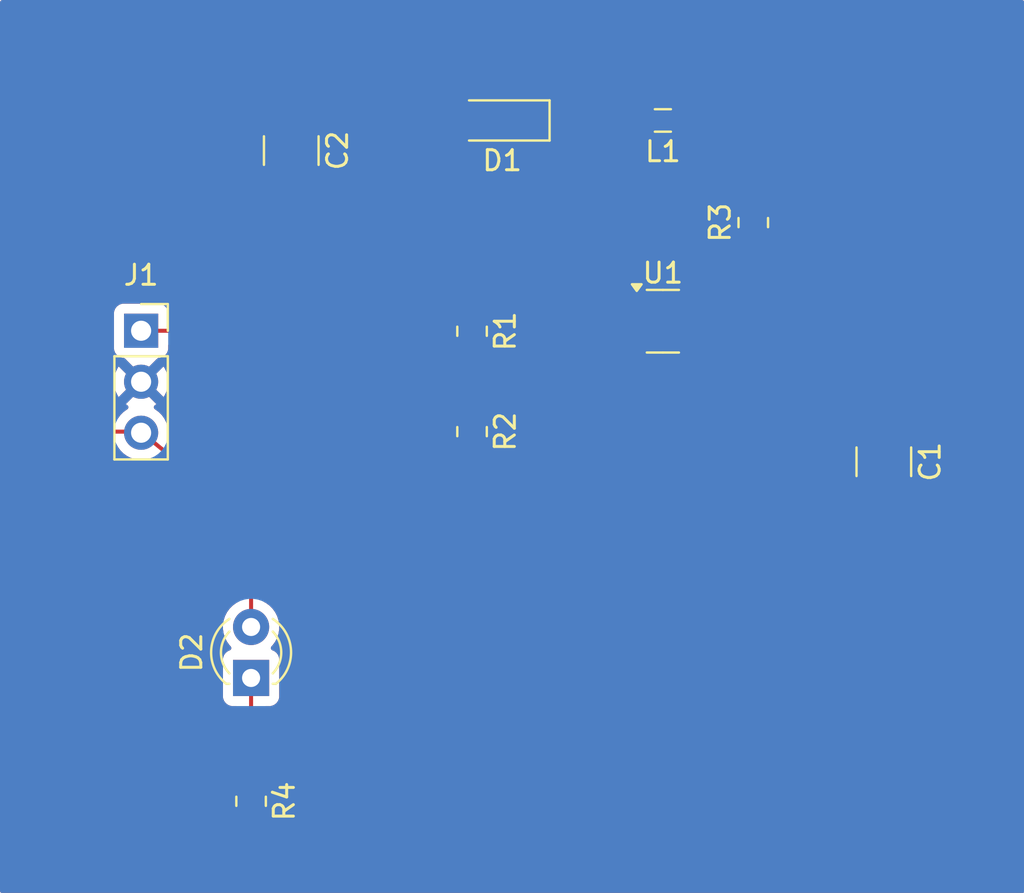
<source format=kicad_pcb>
(kicad_pcb (version 20241229) (generator "pcbnew") (generator_version "9.0")
  (layers (0 "F.Cu" signal) (2 "B.Cu" signal) (13 "F.Paste" user) (15 "B.Paste" user) (5 "F.SilkS" user "F.Silkscreen") (7 "B.SilkS" user "B.Silkscreen") (1 "F.Mask" user) (3 "B.Mask" user) (25 "Edge.Cuts" user))
  (net 0 "")
  (net 1 "GND")
  (net 2 "VCC")
  (net 3 "+5V")
  (net 4 "Net-(D1-K)")
  (net 5 "Net-(D2-K)")
  (net 6 "Net-(U1-3-FB)")
  (net 7 "Net-(U1-6-OC)")
  (footprint "Capacitor_SMD:C_1210_3225Metric" (layer "F.Cu") (at 106 65.5 -90)
    (property "Reference" "C2" (at 0 -2.3 90) (layer "F.SilkS"))
    (property "Value" "22 uF")
    (fp_line (start -0.711252 1.36) (end 0.711252 1.36) (stroke (width 0.12)) (layer "F.SilkS"))
    (fp_line (start -0.711252 -1.36) (end 0.711252 -1.36) (stroke (width 0.12)) (layer "F.SilkS"))
    (pad "1" smd roundrect (at -1.475 0 270) (size 1.15 2.7) (layers "F.Cu" "F.Mask" "F.Paste") (roundrect_rratio 0.217391) (net 3 "+5V"))
    (pad "2" smd roundrect (at 1.475 0 270) (size 1.15 2.7) (layers "F.Cu" "F.Mask" "F.Paste") (roundrect_rratio 0.217391) (net 1 "GND"))
  )
  (footprint "Connector_PinSocket_2.54mm:PinSocket_1x03_P2.54mm_Vertical" (layer "F.Cu") (at 98.525 74.475)
    (property "Reference" "J1" (at 0 -2.77 0) (layer "F.SilkS"))
    (property "Value" "Conn_01x03_Pin")
    (fp_line (start -1.33 1.27) (end -1.33 6.41) (stroke (width 0.12)) (layer "F.SilkS"))
    (fp_line (start -1.33 1.27) (end 1.33 1.27) (stroke (width 0.12)) (layer "F.SilkS"))
    (fp_line (start -1.33 6.41) (end 1.33 6.41) (stroke (width 0.12)) (layer "F.SilkS"))
    (fp_line (start 0 -1.33) (end 1.33 -1.33) (stroke (width 0.12)) (layer "F.SilkS"))
    (fp_line (start 1.33 -1.33) (end 1.33 0) (stroke (width 0.12)) (layer "F.SilkS"))
    (fp_line (start 1.33 1.27) (end 1.33 6.41) (stroke (width 0.12)) (layer "F.SilkS"))
    (pad "1" thru_hole rect (at 0 0) (size 1.7 1.7) (drill 1) (layers "*.Cu" "*.Mask") (net 2 "VCC"))
    (pad "2" thru_hole circle (at 0 2.54) (size 1.7 1.7) (drill 1) (layers "*.Cu" "*.Mask") (net 1 "GND"))
    (pad "3" thru_hole circle (at 0 5.08) (size 1.7 1.7) (drill 1) (layers "*.Cu" "*.Mask") (net 3 "+5V"))
  )
  (footprint "Inductor_SMD:L_0805_2012Metric" (layer "F.Cu") (at 124.5 64 180)
    (property "Reference" "L1" (at 0 -1.55 0) (layer "F.SilkS"))
    (property "Value" "4.7 uH")
    (fp_line (start -0.399622 0.56) (end 0.399622 0.56) (stroke (width 0.12)) (layer "F.SilkS"))
    (fp_line (start -0.399622 -0.56) (end 0.399622 -0.56) (stroke (width 0.12)) (layer "F.SilkS"))
    (pad "1" smd roundrect (at -1.0625 0 180) (size 0.875 1.2) (layers "F.Cu" "F.Mask" "F.Paste") (net 2 "VCC"))
    (pad "2" smd roundrect (at 1.0625 0 180) (size 0.875 1.2) (layers "F.Cu" "F.Mask" "F.Paste") (net 4 "Net-(D1-K)"))
  )
  (footprint "LED_THT:LED_D3.0mm" (layer "F.Cu") (at 104 91.77 90)
    (property "Reference" "D2" (at 1.27 -2.96 90) (layer "F.SilkS"))
    (property "Value" "red LED")
    (fp_line (start -0.29 -1.236) (end -0.29 -1.08) (stroke (width 0.12)) (layer "F.SilkS"))
    (fp_line (start -0.29 1.08) (end -0.29 1.236) (stroke (width 0.12)) (layer "F.SilkS"))
    (fp_arc (start -0.29 -1.235516) (mid 1.365624 -1.987701) (end 2.941397 -1.080061) (stroke (width 0.12)) (layer "F.SilkS"))
    (fp_arc (start 0.229039 -1.08) (mid 1.269964 -1.5) (end 2.31091 -1.080049) (stroke (width 0.12)) (layer "F.SilkS"))
    (fp_arc (start 2.31091 1.080049) (mid 1.269964 1.5) (end 0.229039 1.08) (stroke (width 0.12)) (layer "F.SilkS"))
    (fp_arc (start 2.941397 1.080061) (mid 1.365624 1.987701) (end -0.29 1.235516) (stroke (width 0.12)) (layer "F.SilkS"))
    (pad "1" thru_hole rect (at 0 0 90) (size 1.8 1.8) (drill 0.9) (layers "*.Cu" "*.Mask") (net 5 "Net-(D2-K)"))
    (pad "2" thru_hole circle (at 2.54 0 90) (size 1.8 1.8) (drill 0.9) (layers "*.Cu" "*.Mask") (net 3 "+5V"))
  )
  (footprint "Capacitor_SMD:C_1210_3225Metric" (layer "F.Cu") (at 135.5 81 -90)
    (property "Reference" "C1" (at 0 -2.3 90) (layer "F.SilkS"))
    (property "Value" "22 uF")
    (fp_line (start -0.711252 1.36) (end 0.711252 1.36) (stroke (width 0.12)) (layer "F.SilkS"))
    (fp_line (start -0.711252 -1.36) (end 0.711252 -1.36) (stroke (width 0.12)) (layer "F.SilkS"))
    (pad "1" smd roundrect (at -1.475 0 270) (size 1.15 2.7) (layers "F.Cu" "F.Mask" "F.Paste") (roundrect_rratio 0.217391) (net 2 "VCC"))
    (pad "2" smd roundrect (at 1.475 0 270) (size 1.15 2.7) (layers "F.Cu" "F.Mask" "F.Paste") (roundrect_rratio 0.217391) (net 1 "GND"))
  )
  (footprint "Resistor_SMD:R_0805_2012Metric" (layer "F.Cu") (at 129 69.0875 90)
    (property "Reference" "R3" (at 0 -1.65 90) (layer "F.SilkS"))
    (property "Value" "30k")
    (fp_line (start -0.227064 -0.735) (end 0.227064 -0.735) (stroke (width 0.12)) (layer "F.SilkS"))
    (fp_line (start -0.227064 0.735) (end 0.227064 0.735) (stroke (width 0.12)) (layer "F.SilkS"))
    (pad "1" smd roundrect (at -0.9125 0 90) (size 1.025 1.4) (layers "F.Cu" "F.Mask" "F.Paste") (roundrect_rratio 0.243902) (net 7 "Net-(U1-6-OC)"))
    (pad "2" smd roundrect (at 0.9125 0 90) (size 1.025 1.4) (layers "F.Cu" "F.Mask" "F.Paste") (roundrect_rratio 0.243902) (net 1 "GND"))
  )
  (footprint "Diode_SMD:D_SOD-123" (layer "F.Cu") (at 116.5 64 180)
    (property "Reference" "D1" (at 0 -2 0) (layer "F.SilkS"))
    (property "Value" "D_Schottky")
    (fp_line (start -2.36 1) (end 1.65 1) (stroke (width 0.12)) (layer "F.SilkS"))
    (fp_line (start -2.36 -1) (end 1.65 -1) (stroke (width 0.12)) (layer "F.SilkS"))
    (fp_line (start -2.36 -1) (end -2.36 1) (stroke (width 0.12)) (layer "F.SilkS"))
    (pad "1" smd roundrect (at -1.65 0 180) (size 0.9 1.2) (layers "F.Cu" "F.Mask" "F.Paste") (net 4 "Net-(D1-K)"))
    (pad "2" smd roundrect (at 1.65 0 180) (size 0.9 1.2) (layers "F.Cu" "F.Mask" "F.Paste") (net 3 "+5V"))
  )
  (footprint "Resistor_SMD:R_0805_2012Metric" (layer "F.Cu") (at 115 74.5 -90)
    (property "Reference" "R1" (at 0 -1.65 90) (layer "F.SilkS"))
    (property "Value" "110k")
    (fp_line (start -0.227064 0.735) (end 0.227064 0.735) (stroke (width 0.12)) (layer "F.SilkS"))
    (fp_line (start -0.227064 -0.735) (end 0.227064 -0.735) (stroke (width 0.12)) (layer "F.SilkS"))
    (pad "1" smd roundrect (at -0.9125 0 270) (size 1.025 1.4) (layers "F.Cu" "F.Mask" "F.Paste") (roundrect_rratio 0.243902) (net 3 "+5V"))
    (pad "2" smd roundrect (at 0.9125 0 270) (size 1.025 1.4) (layers "F.Cu" "F.Mask" "F.Paste") (roundrect_rratio 0.243902) (net 6 "Net-(U1-3-FB)"))
  )
  (footprint "Resistor_SMD:R_0805_2012Metric" (layer "F.Cu") (at 104 97.9125 -90)
    (property "Reference" "R4" (at 0 -1.65 90) (layer "F.SilkS"))
    (property "Value" "1k")
    (fp_line (start -0.227064 0.735) (end 0.227064 0.735) (stroke (width 0.12)) (layer "F.SilkS"))
    (fp_line (start -0.227064 -0.735) (end 0.227064 -0.735) (stroke (width 0.12)) (layer "F.SilkS"))
    (pad "1" smd roundrect (at -0.9125 0 270) (size 1.025 1.4) (layers "F.Cu" "F.Mask" "F.Paste") (roundrect_rratio 0.243902) (net 5 "Net-(D2-K)"))
    (pad "2" smd roundrect (at 0.9125 0 270) (size 1.025 1.4) (layers "F.Cu" "F.Mask" "F.Paste") (roundrect_rratio 0.243902) (net 1 "GND"))
  )
  (footprint "Package_TO_SOT_SMD:SOT-23-6" (layer "F.Cu") (at 124.5 74)
    (property "Reference" "U1" (at 0 -2.4 0) (layer "F.SilkS"))
    (property "Value" "~")
    (fp_line (start 0 -1.56) (end -0.8 -1.56) (stroke (width 0.12)) (layer "F.SilkS"))
    (fp_line (start 0 -1.56) (end 0.8 -1.56) (stroke (width 0.12)) (layer "F.SilkS"))
    (fp_line (start 0 1.56) (end -0.8 1.56) (stroke (width 0.12)) (layer "F.SilkS"))
    (fp_line (start 0 1.56) (end 0.8 1.56) (stroke (width 0.12)) (layer "F.SilkS"))
    (fp_poly (pts (xy -1.3 -1.51) (xy -1.54 -1.84) (xy -1.06 -1.84)) (stroke (width 0.12)) (fill yes) (layer "F.SilkS"))
    (pad "1" smd roundrect (at -1.1375 -0.95) (size 1.325 0.6) (layers "F.Cu" "F.Mask" "F.Paste") (net 4 "Net-(D1-K)"))
    (pad "2" smd roundrect (at -1.1375 0) (size 1.325 0.6) (layers "F.Cu" "F.Mask" "F.Paste") (net 1 "GND"))
    (pad "3" smd roundrect (at -1.1375 0.95) (size 1.325 0.6) (layers "F.Cu" "F.Mask" "F.Paste") (net 6 "Net-(U1-3-FB)"))
    (pad "4" smd roundrect (at 1.1375 0.95) (size 1.325 0.6) (layers "F.Cu" "F.Mask" "F.Paste") (net 2 "VCC"))
    (pad "5" smd roundrect (at 1.1375 0) (size 1.325 0.6) (layers "F.Cu" "F.Mask" "F.Paste") (net 2 "VCC"))
    (pad "6" smd roundrect (at 1.1375 -0.95) (size 1.325 0.6) (layers "F.Cu" "F.Mask" "F.Paste") (net 7 "Net-(U1-6-OC)"))
  )
  (footprint "Resistor_SMD:R_0805_2012Metric" (layer "F.Cu") (at 115 79.5 -90)
    (property "Reference" "R2" (at 0 -1.65 90) (layer "F.SilkS"))
    (property "Value" "15k")
    (fp_line (start -0.227064 0.735) (end 0.227064 0.735) (stroke (width 0.12)) (layer "F.SilkS"))
    (fp_line (start -0.227064 -0.735) (end 0.227064 -0.735) (stroke (width 0.12)) (layer "F.SilkS"))
    (pad "1" smd roundrect (at -0.9125 0 270) (size 1.025 1.4) (layers "F.Cu" "F.Mask" "F.Paste") (roundrect_rratio 0.243902) (net 6 "Net-(U1-3-FB)"))
    (pad "2" smd roundrect (at 0.9125 0 270) (size 1.025 1.4) (layers "F.Cu" "F.Mask" "F.Paste") (roundrect_rratio 0.243902) (net 1 "GND"))
  )
  (gr_line (start 94.5 64) (end 106 64) (stroke (width 0.2)) (layer "F.Cu") (net 3))
  (gr_line (start 119.5 75) (end 123.5 75) (stroke (width 0.2)) (layer "F.Cu") (net 6))
  (gr_line (start 115 77) (end 119.5 77) (stroke (width 0.2)) (layer "F.Cu") (net 6))
  (gr_line (start 94.5 79.5) (end 94.5 64) (stroke (width 0.2)) (layer "F.Cu") (net 3))
  (gr_line (start 125.5 73) (end 129 73) (stroke (width 0.2)) (layer "F.Cu") (net 7))
  (gr_line (start 119.5 77) (end 119.5 75) (stroke (width 0.2)) (layer "F.Cu") (net 6))
  (gr_line (start 106 64) (end 115 64) (stroke (width 0.2)) (layer "F.Cu") (net 3))
  (gr_line (start 104 97) (end 104 91.77) (stroke (width 0.2)) (layer "F.Cu") (net 5))
  (gr_line (start 104 89) (end 104 84) (stroke (width 0.2)) (layer "F.Cu") (net 3))
  (gr_line (start 109 84.5) (end 131 84.5) (stroke (width 0.2)) (layer "F.Cu") (net 2))
  (gr_line (start 98.5 79.5) (end 94.5 79.5) (stroke (width 0.2)) (layer "F.Cu") (net 3))
  (gr_line (start 115 75.5) (end 115 78.5) (stroke (width 0.2)) (layer "F.Cu") (net 6))
  (gr_line (start 98.525 74.475) (end 109 74.475) (stroke (width 0.2)) (layer "F.Cu") (net 2))
  (gr_line (start 131 84.5) (end 131 79.5) (stroke (width 0.2)) (layer "F.Cu") (net 2))
  (gr_line (start 129 73) (end 129 70) (stroke (width 0.2)) (layer "F.Cu") (net 7))
  (gr_line (start 109 74.475) (end 109 84.5) (stroke (width 0.2)) (layer "F.Cu") (net 2))
  (gr_line (start 115 64) (end 115 73.5) (stroke (width 0.2)) (layer "F.Cu") (net 3))
  (gr_line (start 104 84) (end 98.5 79.5) (stroke (width 0.2)) (layer "F.Cu") (net 3))
  (segment (start 135.5 64) (end 135.5 79.525) (width 0.2) (layer "F.Cu") (net 2))
  (segment (start 129 75) (end 128.95 74.95) (width 0.2) (layer "F.Cu") (net 2))
  (segment (start 131 75) (end 131 79.5) (width 0.2) (layer "F.Cu") (net 2))
  (segment (start 129 75) (end 131 75) (width 0.2) (layer "F.Cu") (net 2))
  (segment (start 129 74) (end 129 75) (width 0.2) (layer "F.Cu") (net 2))
  (segment (start 125.5625 64) (end 135.5 64) (width 0.2) (layer "F.Cu") (net 2))
  (segment (start 134.9329 79.5) (end 135.22895 79.79605) (width 0.2) (layer "F.Cu") (net 2))
  (segment (start 125.6375 74) (end 129 74) (width 0.2) (layer "F.Cu") (net 2))
  (segment (start 131 79.5) (end 134.9329 79.5) (width 0.2) (layer "F.Cu") (net 2))
  (segment (start 128.95 74.95) (end 125.6375 74.95) (width 0.2) (layer "F.Cu") (net 2))
  (segment (start 123.4375 64.9375) (end 123.3625 65.0125) (width 0.2) (layer "F.Cu") (net 4))
  (segment (start 123.4375 64) (end 123.4375 64.9375) (width 0.2) (layer "F.Cu") (net 4))
  (segment (start 118.15 64) (end 123.4375 64) (width 0.2) (layer "F.Cu") (net 4))
  (segment (start 123.3625 65.0125) (end 123.3625 73.05) (width 0.2) (layer "F.Cu") (net 4))
  (zone (net 1) (net_name "GND") (layers "F.Cu" "B.Cu") (connect_pads (clearance 0.5)) (min_thickness 0.25) (fill yes (thermal_gap 0.5) (thermal_bridge_width 0.5))
    (polygon (pts (xy 91.5 58) (xy 91.5 102.5) (xy 142.5 102.5) (xy 142.5 58)))
  )
)
</source>
